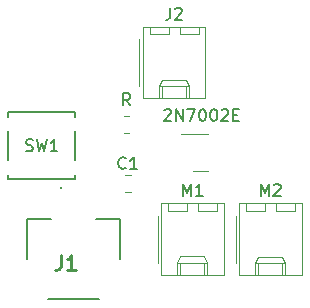
<source format=gbr>
G04 #@! TF.GenerationSoftware,KiCad,Pcbnew,8.0.0*
G04 #@! TF.CreationDate,2024-03-03T20:56:18-06:00*
G04 #@! TF.ProjectId,Haptic Feeback board,48617074-6963-4204-9665-656261636b20,rev?*
G04 #@! TF.SameCoordinates,Original*
G04 #@! TF.FileFunction,Legend,Top*
G04 #@! TF.FilePolarity,Positive*
%FSLAX46Y46*%
G04 Gerber Fmt 4.6, Leading zero omitted, Abs format (unit mm)*
G04 Created by KiCad (PCBNEW 8.0.0) date 2024-03-03 20:56:18*
%MOMM*%
%LPD*%
G01*
G04 APERTURE LIST*
%ADD10C,0.150000*%
%ADD11C,0.254000*%
%ADD12C,0.152400*%
%ADD13C,0.120000*%
%ADD14C,0.200000*%
G04 APERTURE END LIST*
D10*
X129725318Y-94924801D02*
X129868175Y-94972420D01*
X129868175Y-94972420D02*
X130106270Y-94972420D01*
X130106270Y-94972420D02*
X130201508Y-94924801D01*
X130201508Y-94924801D02*
X130249127Y-94877181D01*
X130249127Y-94877181D02*
X130296746Y-94781943D01*
X130296746Y-94781943D02*
X130296746Y-94686705D01*
X130296746Y-94686705D02*
X130249127Y-94591467D01*
X130249127Y-94591467D02*
X130201508Y-94543848D01*
X130201508Y-94543848D02*
X130106270Y-94496229D01*
X130106270Y-94496229D02*
X129915794Y-94448610D01*
X129915794Y-94448610D02*
X129820556Y-94400991D01*
X129820556Y-94400991D02*
X129772937Y-94353372D01*
X129772937Y-94353372D02*
X129725318Y-94258134D01*
X129725318Y-94258134D02*
X129725318Y-94162896D01*
X129725318Y-94162896D02*
X129772937Y-94067658D01*
X129772937Y-94067658D02*
X129820556Y-94020039D01*
X129820556Y-94020039D02*
X129915794Y-93972420D01*
X129915794Y-93972420D02*
X130153889Y-93972420D01*
X130153889Y-93972420D02*
X130296746Y-94020039D01*
X130630080Y-93972420D02*
X130868175Y-94972420D01*
X130868175Y-94972420D02*
X131058651Y-94258134D01*
X131058651Y-94258134D02*
X131249127Y-94972420D01*
X131249127Y-94972420D02*
X131487223Y-93972420D01*
X132391984Y-94972420D02*
X131820556Y-94972420D01*
X132106270Y-94972420D02*
X132106270Y-93972420D01*
X132106270Y-93972420D02*
X132011032Y-94115277D01*
X132011032Y-94115277D02*
X131915794Y-94210515D01*
X131915794Y-94210515D02*
X131820556Y-94258134D01*
X138161733Y-96393380D02*
X138114114Y-96441000D01*
X138114114Y-96441000D02*
X137971257Y-96488619D01*
X137971257Y-96488619D02*
X137876019Y-96488619D01*
X137876019Y-96488619D02*
X137733162Y-96441000D01*
X137733162Y-96441000D02*
X137637924Y-96345761D01*
X137637924Y-96345761D02*
X137590305Y-96250523D01*
X137590305Y-96250523D02*
X137542686Y-96060047D01*
X137542686Y-96060047D02*
X137542686Y-95917190D01*
X137542686Y-95917190D02*
X137590305Y-95726714D01*
X137590305Y-95726714D02*
X137637924Y-95631476D01*
X137637924Y-95631476D02*
X137733162Y-95536238D01*
X137733162Y-95536238D02*
X137876019Y-95488619D01*
X137876019Y-95488619D02*
X137971257Y-95488619D01*
X137971257Y-95488619D02*
X138114114Y-95536238D01*
X138114114Y-95536238D02*
X138161733Y-95583857D01*
X139114114Y-96488619D02*
X138542686Y-96488619D01*
X138828400Y-96488619D02*
X138828400Y-95488619D01*
X138828400Y-95488619D02*
X138733162Y-95631476D01*
X138733162Y-95631476D02*
X138637924Y-95726714D01*
X138637924Y-95726714D02*
X138542686Y-95774333D01*
X141932066Y-82832419D02*
X141932066Y-83546704D01*
X141932066Y-83546704D02*
X141884447Y-83689561D01*
X141884447Y-83689561D02*
X141789209Y-83784800D01*
X141789209Y-83784800D02*
X141646352Y-83832419D01*
X141646352Y-83832419D02*
X141551114Y-83832419D01*
X142360638Y-82927657D02*
X142408257Y-82880038D01*
X142408257Y-82880038D02*
X142503495Y-82832419D01*
X142503495Y-82832419D02*
X142741590Y-82832419D01*
X142741590Y-82832419D02*
X142836828Y-82880038D01*
X142836828Y-82880038D02*
X142884447Y-82927657D01*
X142884447Y-82927657D02*
X142932066Y-83022895D01*
X142932066Y-83022895D02*
X142932066Y-83118133D01*
X142932066Y-83118133D02*
X142884447Y-83260990D01*
X142884447Y-83260990D02*
X142313019Y-83832419D01*
X142313019Y-83832419D02*
X142932066Y-83832419D01*
D11*
X132661667Y-103783918D02*
X132661667Y-104691061D01*
X132661667Y-104691061D02*
X132601190Y-104872489D01*
X132601190Y-104872489D02*
X132480238Y-104993442D01*
X132480238Y-104993442D02*
X132298809Y-105053918D01*
X132298809Y-105053918D02*
X132177857Y-105053918D01*
X133931667Y-105053918D02*
X133205952Y-105053918D01*
X133568809Y-105053918D02*
X133568809Y-103783918D01*
X133568809Y-103783918D02*
X133447857Y-103965346D01*
X133447857Y-103965346D02*
X133326905Y-104086299D01*
X133326905Y-104086299D02*
X133205952Y-104146775D01*
D10*
X149609276Y-98773019D02*
X149609276Y-97773019D01*
X149609276Y-97773019D02*
X149942609Y-98487304D01*
X149942609Y-98487304D02*
X150275942Y-97773019D01*
X150275942Y-97773019D02*
X150275942Y-98773019D01*
X150704514Y-97868257D02*
X150752133Y-97820638D01*
X150752133Y-97820638D02*
X150847371Y-97773019D01*
X150847371Y-97773019D02*
X151085466Y-97773019D01*
X151085466Y-97773019D02*
X151180704Y-97820638D01*
X151180704Y-97820638D02*
X151228323Y-97868257D01*
X151228323Y-97868257D02*
X151275942Y-97963495D01*
X151275942Y-97963495D02*
X151275942Y-98058733D01*
X151275942Y-98058733D02*
X151228323Y-98201590D01*
X151228323Y-98201590D02*
X150656895Y-98773019D01*
X150656895Y-98773019D02*
X151275942Y-98773019D01*
X143005276Y-98767619D02*
X143005276Y-97767619D01*
X143005276Y-97767619D02*
X143338609Y-98481904D01*
X143338609Y-98481904D02*
X143671942Y-97767619D01*
X143671942Y-97767619D02*
X143671942Y-98767619D01*
X144671942Y-98767619D02*
X144100514Y-98767619D01*
X144386228Y-98767619D02*
X144386228Y-97767619D01*
X144386228Y-97767619D02*
X144290990Y-97910476D01*
X144290990Y-97910476D02*
X144195752Y-98005714D01*
X144195752Y-98005714D02*
X144100514Y-98053333D01*
X141435533Y-91523457D02*
X141483152Y-91475838D01*
X141483152Y-91475838D02*
X141578390Y-91428219D01*
X141578390Y-91428219D02*
X141816485Y-91428219D01*
X141816485Y-91428219D02*
X141911723Y-91475838D01*
X141911723Y-91475838D02*
X141959342Y-91523457D01*
X141959342Y-91523457D02*
X142006961Y-91618695D01*
X142006961Y-91618695D02*
X142006961Y-91713933D01*
X142006961Y-91713933D02*
X141959342Y-91856790D01*
X141959342Y-91856790D02*
X141387914Y-92428219D01*
X141387914Y-92428219D02*
X142006961Y-92428219D01*
X142435533Y-92428219D02*
X142435533Y-91428219D01*
X142435533Y-91428219D02*
X143006961Y-92428219D01*
X143006961Y-92428219D02*
X143006961Y-91428219D01*
X143387914Y-91428219D02*
X144054580Y-91428219D01*
X144054580Y-91428219D02*
X143626009Y-92428219D01*
X144626009Y-91428219D02*
X144721247Y-91428219D01*
X144721247Y-91428219D02*
X144816485Y-91475838D01*
X144816485Y-91475838D02*
X144864104Y-91523457D01*
X144864104Y-91523457D02*
X144911723Y-91618695D01*
X144911723Y-91618695D02*
X144959342Y-91809171D01*
X144959342Y-91809171D02*
X144959342Y-92047266D01*
X144959342Y-92047266D02*
X144911723Y-92237742D01*
X144911723Y-92237742D02*
X144864104Y-92332980D01*
X144864104Y-92332980D02*
X144816485Y-92380600D01*
X144816485Y-92380600D02*
X144721247Y-92428219D01*
X144721247Y-92428219D02*
X144626009Y-92428219D01*
X144626009Y-92428219D02*
X144530771Y-92380600D01*
X144530771Y-92380600D02*
X144483152Y-92332980D01*
X144483152Y-92332980D02*
X144435533Y-92237742D01*
X144435533Y-92237742D02*
X144387914Y-92047266D01*
X144387914Y-92047266D02*
X144387914Y-91809171D01*
X144387914Y-91809171D02*
X144435533Y-91618695D01*
X144435533Y-91618695D02*
X144483152Y-91523457D01*
X144483152Y-91523457D02*
X144530771Y-91475838D01*
X144530771Y-91475838D02*
X144626009Y-91428219D01*
X145578390Y-91428219D02*
X145673628Y-91428219D01*
X145673628Y-91428219D02*
X145768866Y-91475838D01*
X145768866Y-91475838D02*
X145816485Y-91523457D01*
X145816485Y-91523457D02*
X145864104Y-91618695D01*
X145864104Y-91618695D02*
X145911723Y-91809171D01*
X145911723Y-91809171D02*
X145911723Y-92047266D01*
X145911723Y-92047266D02*
X145864104Y-92237742D01*
X145864104Y-92237742D02*
X145816485Y-92332980D01*
X145816485Y-92332980D02*
X145768866Y-92380600D01*
X145768866Y-92380600D02*
X145673628Y-92428219D01*
X145673628Y-92428219D02*
X145578390Y-92428219D01*
X145578390Y-92428219D02*
X145483152Y-92380600D01*
X145483152Y-92380600D02*
X145435533Y-92332980D01*
X145435533Y-92332980D02*
X145387914Y-92237742D01*
X145387914Y-92237742D02*
X145340295Y-92047266D01*
X145340295Y-92047266D02*
X145340295Y-91809171D01*
X145340295Y-91809171D02*
X145387914Y-91618695D01*
X145387914Y-91618695D02*
X145435533Y-91523457D01*
X145435533Y-91523457D02*
X145483152Y-91475838D01*
X145483152Y-91475838D02*
X145578390Y-91428219D01*
X146292676Y-91523457D02*
X146340295Y-91475838D01*
X146340295Y-91475838D02*
X146435533Y-91428219D01*
X146435533Y-91428219D02*
X146673628Y-91428219D01*
X146673628Y-91428219D02*
X146768866Y-91475838D01*
X146768866Y-91475838D02*
X146816485Y-91523457D01*
X146816485Y-91523457D02*
X146864104Y-91618695D01*
X146864104Y-91618695D02*
X146864104Y-91713933D01*
X146864104Y-91713933D02*
X146816485Y-91856790D01*
X146816485Y-91856790D02*
X146245057Y-92428219D01*
X146245057Y-92428219D02*
X146864104Y-92428219D01*
X147292676Y-91904409D02*
X147626009Y-91904409D01*
X147768866Y-92428219D02*
X147292676Y-92428219D01*
X147292676Y-92428219D02*
X147292676Y-91428219D01*
X147292676Y-91428219D02*
X147768866Y-91428219D01*
X138552323Y-91082019D02*
X138218990Y-90605828D01*
X137980895Y-91082019D02*
X137980895Y-90082019D01*
X137980895Y-90082019D02*
X138361847Y-90082019D01*
X138361847Y-90082019D02*
X138457085Y-90129638D01*
X138457085Y-90129638D02*
X138504704Y-90177257D01*
X138504704Y-90177257D02*
X138552323Y-90272495D01*
X138552323Y-90272495D02*
X138552323Y-90415352D01*
X138552323Y-90415352D02*
X138504704Y-90510590D01*
X138504704Y-90510590D02*
X138457085Y-90558209D01*
X138457085Y-90558209D02*
X138361847Y-90605828D01*
X138361847Y-90605828D02*
X137980895Y-90605828D01*
D12*
G04 #@! TO.C,SW1*
X128226551Y-91685501D02*
X128226551Y-92055462D01*
X128226551Y-93279742D02*
X128226551Y-95755460D01*
X128226551Y-96979740D02*
X128226551Y-97349701D01*
X128226551Y-97349701D02*
X133890751Y-97349701D01*
X133890751Y-91685501D02*
X128226551Y-91685501D01*
X133890751Y-92055462D02*
X133890751Y-91685501D01*
X133890751Y-95755460D02*
X133890751Y-93279742D01*
X133890751Y-97349701D02*
X133890751Y-96979740D01*
D13*
G04 #@! TO.C,C1*
X138067148Y-96978800D02*
X138589652Y-96978800D01*
X138067148Y-98448800D02*
X138589652Y-98448800D01*
G04 #@! TO.C,J2*
X139325400Y-85497600D02*
X139325400Y-89497600D01*
X139615400Y-84467600D02*
X139615400Y-90487600D01*
X139615400Y-90487600D02*
X144915400Y-90487600D01*
X140195400Y-84467600D02*
X140195400Y-85067600D01*
X140195400Y-85067600D02*
X141795400Y-85067600D01*
X140995400Y-89487600D02*
X141245400Y-88957600D01*
X140995400Y-89487600D02*
X143535400Y-89487600D01*
X140995400Y-90487600D02*
X140995400Y-89487600D01*
X141245400Y-88957600D02*
X143285400Y-88957600D01*
X141245400Y-90487600D02*
X141245400Y-89487600D01*
X141795400Y-85067600D02*
X141795400Y-84467600D01*
X142735400Y-84467600D02*
X142735400Y-85067600D01*
X142735400Y-85067600D02*
X144335400Y-85067600D01*
X143285400Y-88957600D02*
X143535400Y-89487600D01*
X143285400Y-90487600D02*
X143285400Y-89487600D01*
X143535400Y-89487600D02*
X143535400Y-90487600D01*
X144335400Y-85067600D02*
X144335400Y-84467600D01*
X144915400Y-84467600D02*
X139615400Y-84467600D01*
X144915400Y-90487600D02*
X144915400Y-84467600D01*
D14*
G04 #@! TO.C,J1*
X129797000Y-100685600D02*
X129797000Y-104110600D01*
X129797000Y-100685600D02*
X131847000Y-100685600D01*
X131551000Y-107534600D02*
X135943000Y-107534600D01*
X137697000Y-100685600D02*
X135647000Y-100685600D01*
X137697000Y-100685600D02*
X137697000Y-104110600D01*
X132730000Y-98103600D02*
G75*
G02*
X132626000Y-98103600I-52000J0D01*
G01*
X132626000Y-98103600D02*
G75*
G02*
X132730000Y-98103600I52000J0D01*
G01*
D13*
G04 #@! TO.C,M2*
X147478800Y-100438200D02*
X147478800Y-104438200D01*
X147768800Y-99408200D02*
X147768800Y-105428200D01*
X147768800Y-105428200D02*
X153068800Y-105428200D01*
X148348800Y-99408200D02*
X148348800Y-100008200D01*
X148348800Y-100008200D02*
X149948800Y-100008200D01*
X149148800Y-104428200D02*
X149398800Y-103898200D01*
X149148800Y-104428200D02*
X151688800Y-104428200D01*
X149148800Y-105428200D02*
X149148800Y-104428200D01*
X149398800Y-103898200D02*
X151438800Y-103898200D01*
X149398800Y-105428200D02*
X149398800Y-104428200D01*
X149948800Y-100008200D02*
X149948800Y-99408200D01*
X150888800Y-99408200D02*
X150888800Y-100008200D01*
X150888800Y-100008200D02*
X152488800Y-100008200D01*
X151438800Y-103898200D02*
X151688800Y-104428200D01*
X151438800Y-105428200D02*
X151438800Y-104428200D01*
X151688800Y-104428200D02*
X151688800Y-105428200D01*
X152488800Y-100008200D02*
X152488800Y-99408200D01*
X153068800Y-99408200D02*
X147768800Y-99408200D01*
X153068800Y-105428200D02*
X153068800Y-99408200D01*
G04 #@! TO.C,M1*
X140874800Y-100432800D02*
X140874800Y-104432800D01*
X141164800Y-99402800D02*
X141164800Y-105422800D01*
X141164800Y-105422800D02*
X146464800Y-105422800D01*
X141744800Y-99402800D02*
X141744800Y-100002800D01*
X141744800Y-100002800D02*
X143344800Y-100002800D01*
X142544800Y-104422800D02*
X142794800Y-103892800D01*
X142544800Y-104422800D02*
X145084800Y-104422800D01*
X142544800Y-105422800D02*
X142544800Y-104422800D01*
X142794800Y-103892800D02*
X144834800Y-103892800D01*
X142794800Y-105422800D02*
X142794800Y-104422800D01*
X143344800Y-100002800D02*
X143344800Y-99402800D01*
X144284800Y-99402800D02*
X144284800Y-100002800D01*
X144284800Y-100002800D02*
X145884800Y-100002800D01*
X144834800Y-103892800D02*
X145084800Y-104422800D01*
X144834800Y-105422800D02*
X144834800Y-104422800D01*
X145084800Y-104422800D02*
X145084800Y-105422800D01*
X145884800Y-100002800D02*
X145884800Y-99402800D01*
X146464800Y-99402800D02*
X141164800Y-99402800D01*
X146464800Y-105422800D02*
X146464800Y-99402800D01*
G04 #@! TO.C,Q1*
X144502900Y-93537600D02*
X142827900Y-93537600D01*
X144502900Y-93537600D02*
X145152900Y-93537600D01*
X144502900Y-96657600D02*
X143852900Y-96657600D01*
X144502900Y-96657600D02*
X145152900Y-96657600D01*
G04 #@! TO.C,R1*
X138015736Y-92000400D02*
X138469864Y-92000400D01*
X138015736Y-93470400D02*
X138469864Y-93470400D01*
G04 #@! TD*
M02*

</source>
